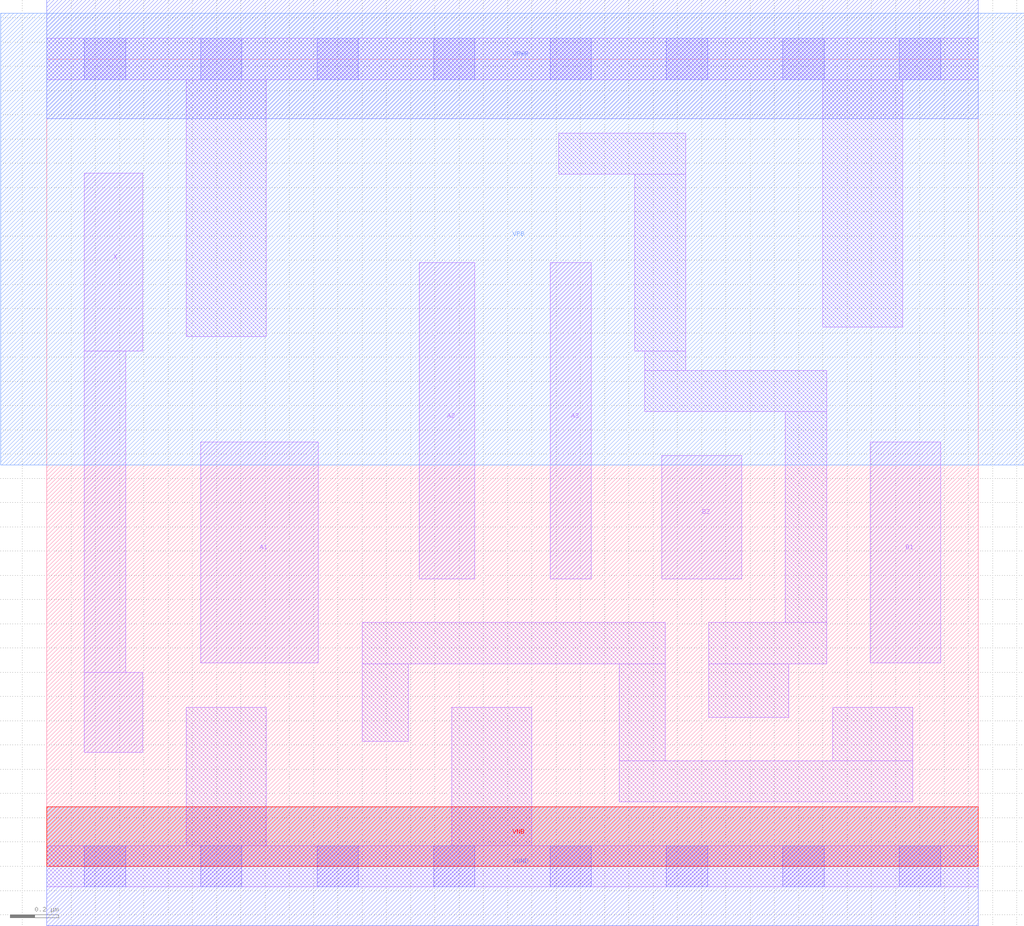
<source format=lef>
# Copyright 2020 The SkyWater PDK Authors
#
# Licensed under the Apache License, Version 2.0 (the "License");
# you may not use this file except in compliance with the License.
# You may obtain a copy of the License at
#
#     https://www.apache.org/licenses/LICENSE-2.0
#
# Unless required by applicable law or agreed to in writing, software
# distributed under the License is distributed on an "AS IS" BASIS,
# WITHOUT WARRANTIES OR CONDITIONS OF ANY KIND, either express or implied.
# See the License for the specific language governing permissions and
# limitations under the License.
#
# SPDX-License-Identifier: Apache-2.0

VERSION 5.7 ;
  NOWIREEXTENSIONATPIN ON ;
  DIVIDERCHAR "/" ;
  BUSBITCHARS "[]" ;
MACRO sky130_fd_sc_lp__o32a_m
  CLASS CORE ;
  FOREIGN sky130_fd_sc_lp__o32a_m ;
  ORIGIN  0.000000  0.000000 ;
  SIZE  3.840000 BY  3.330000 ;
  SYMMETRY X Y R90 ;
  SITE unit ;
  PIN A1
    ANTENNAGATEAREA  0.126000 ;
    DIRECTION INPUT ;
    USE SIGNAL ;
    PORT
      LAYER li1 ;
        RECT 0.635000 0.840000 1.120000 1.750000 ;
    END
  END A1
  PIN A2
    ANTENNAGATEAREA  0.126000 ;
    DIRECTION INPUT ;
    USE SIGNAL ;
    PORT
      LAYER li1 ;
        RECT 1.535000 1.185000 1.765000 2.490000 ;
    END
  END A2
  PIN A3
    ANTENNAGATEAREA  0.126000 ;
    DIRECTION INPUT ;
    USE SIGNAL ;
    PORT
      LAYER li1 ;
        RECT 2.075000 1.185000 2.245000 2.490000 ;
    END
  END A3
  PIN B1
    ANTENNAGATEAREA  0.126000 ;
    DIRECTION INPUT ;
    USE SIGNAL ;
    PORT
      LAYER li1 ;
        RECT 3.395000 0.840000 3.685000 1.750000 ;
    END
  END B1
  PIN B2
    ANTENNAGATEAREA  0.126000 ;
    DIRECTION INPUT ;
    USE SIGNAL ;
    PORT
      LAYER li1 ;
        RECT 2.535000 1.185000 2.865000 1.695000 ;
    END
  END B2
  PIN X
    ANTENNADIFFAREA  0.222600 ;
    DIRECTION OUTPUT ;
    USE SIGNAL ;
    PORT
      LAYER li1 ;
        RECT 0.155000 0.470000 0.395000 0.800000 ;
        RECT 0.155000 0.800000 0.325000 2.125000 ;
        RECT 0.155000 2.125000 0.395000 2.860000 ;
    END
  END X
  PIN VGND
    DIRECTION INOUT ;
    USE GROUND ;
    PORT
      LAYER met1 ;
        RECT 0.000000 -0.245000 3.840000 0.245000 ;
    END
  END VGND
  PIN VNB
    DIRECTION INOUT ;
    USE GROUND ;
    PORT
      LAYER pwell ;
        RECT 0.000000 0.000000 3.840000 0.245000 ;
    END
  END VNB
  PIN VPB
    DIRECTION INOUT ;
    USE POWER ;
    PORT
      LAYER nwell ;
        RECT -0.190000 1.655000 4.030000 3.520000 ;
    END
  END VPB
  PIN VPWR
    DIRECTION INOUT ;
    USE POWER ;
    PORT
      LAYER met1 ;
        RECT 0.000000 3.085000 3.840000 3.575000 ;
    END
  END VPWR
  OBS
    LAYER li1 ;
      RECT 0.000000 -0.085000 3.840000 0.085000 ;
      RECT 0.000000  3.245000 3.840000 3.415000 ;
      RECT 0.575000  0.085000 0.905000 0.655000 ;
      RECT 0.575000  2.185000 0.905000 3.245000 ;
      RECT 1.300000  0.515000 1.490000 0.835000 ;
      RECT 1.300000  0.835000 2.550000 1.005000 ;
      RECT 1.670000  0.085000 2.000000 0.655000 ;
      RECT 2.110000  2.855000 2.635000 3.025000 ;
      RECT 2.360000  0.265000 3.570000 0.435000 ;
      RECT 2.360000  0.435000 2.550000 0.835000 ;
      RECT 2.425000  2.125000 2.635000 2.855000 ;
      RECT 2.465000  1.875000 3.215000 2.045000 ;
      RECT 2.465000  2.045000 2.635000 2.125000 ;
      RECT 2.730000  0.615000 3.060000 0.835000 ;
      RECT 2.730000  0.835000 3.215000 1.005000 ;
      RECT 3.045000  1.005000 3.215000 1.875000 ;
      RECT 3.200000  2.225000 3.530000 3.245000 ;
      RECT 3.240000  0.435000 3.570000 0.655000 ;
    LAYER mcon ;
      RECT 0.155000 -0.085000 0.325000 0.085000 ;
      RECT 0.155000  3.245000 0.325000 3.415000 ;
      RECT 0.635000 -0.085000 0.805000 0.085000 ;
      RECT 0.635000  3.245000 0.805000 3.415000 ;
      RECT 1.115000 -0.085000 1.285000 0.085000 ;
      RECT 1.115000  3.245000 1.285000 3.415000 ;
      RECT 1.595000 -0.085000 1.765000 0.085000 ;
      RECT 1.595000  3.245000 1.765000 3.415000 ;
      RECT 2.075000 -0.085000 2.245000 0.085000 ;
      RECT 2.075000  3.245000 2.245000 3.415000 ;
      RECT 2.555000 -0.085000 2.725000 0.085000 ;
      RECT 2.555000  3.245000 2.725000 3.415000 ;
      RECT 3.035000 -0.085000 3.205000 0.085000 ;
      RECT 3.035000  3.245000 3.205000 3.415000 ;
      RECT 3.515000 -0.085000 3.685000 0.085000 ;
      RECT 3.515000  3.245000 3.685000 3.415000 ;
  END
END sky130_fd_sc_lp__o32a_m
END LIBRARY

</source>
